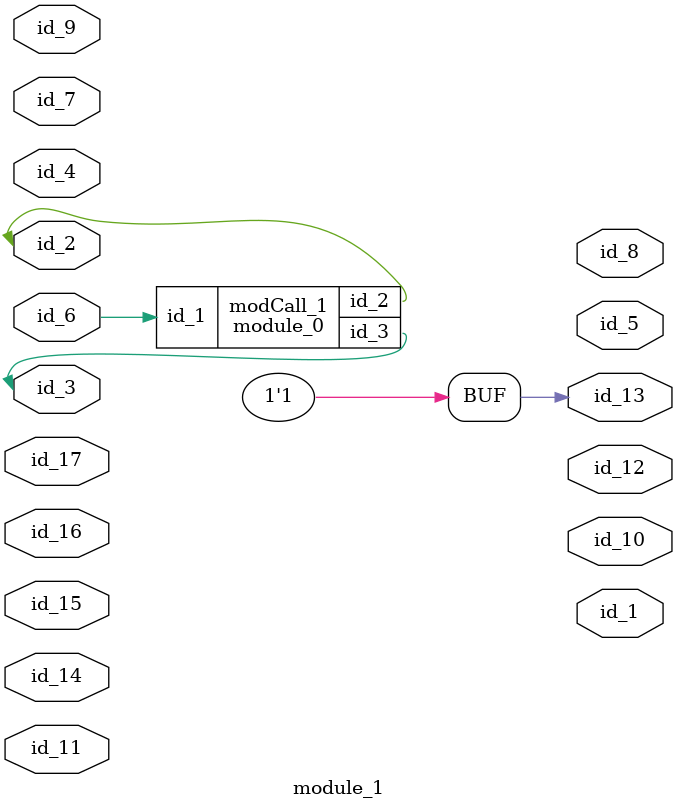
<source format=v>
module module_0 (
    id_1,
    id_2,
    id_3
);
  inout wire id_3;
  inout wire id_2;
  input wire id_1;
  wire id_4;
endmodule
module module_1 (
    id_1,
    id_2,
    id_3,
    id_4,
    id_5,
    id_6,
    id_7,
    id_8,
    id_9,
    id_10,
    id_11,
    id_12,
    id_13,
    id_14,
    id_15,
    id_16,
    id_17
);
  input wire id_17;
  input wire id_16;
  input wire id_15;
  inout wire id_14;
  output wire id_13;
  output wire id_12;
  input wire id_11;
  output wire id_10;
  input wire id_9;
  output wire id_8;
  inout wire id_7;
  inout wire id_6;
  output wire id_5;
  input wire id_4;
  inout wire id_3;
  inout wire id_2;
  output wire id_1;
  assign id_13 = -1;
  module_0 modCall_1 (
      id_6,
      id_2,
      id_3
  );
endmodule

</source>
